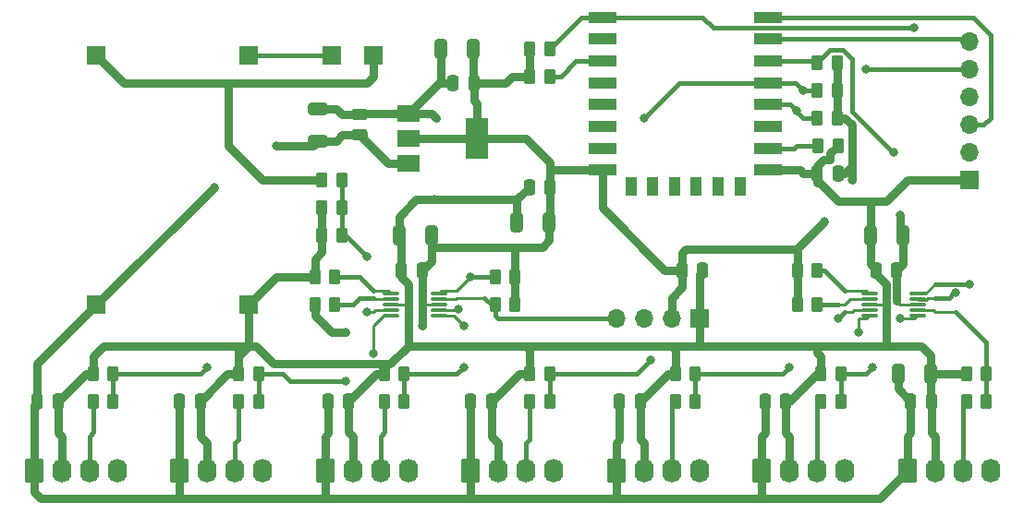
<source format=gbr>
%TF.GenerationSoftware,KiCad,Pcbnew,6.0.11+dfsg-1*%
%TF.CreationDate,2023-10-20T18:47:01+02:00*%
%TF.ProjectId,5x100A,35783130-3041-42e6-9b69-6361645f7063,rev?*%
%TF.SameCoordinates,Original*%
%TF.FileFunction,Copper,L1,Top*%
%TF.FilePolarity,Positive*%
%FSLAX46Y46*%
G04 Gerber Fmt 4.6, Leading zero omitted, Abs format (unit mm)*
G04 Created by KiCad (PCBNEW 6.0.11+dfsg-1) date 2023-10-20 18:47:01*
%MOMM*%
%LPD*%
G01*
G04 APERTURE LIST*
G04 Aperture macros list*
%AMRoundRect*
0 Rectangle with rounded corners*
0 $1 Rounding radius*
0 $2 $3 $4 $5 $6 $7 $8 $9 X,Y pos of 4 corners*
0 Add a 4 corners polygon primitive as box body*
4,1,4,$2,$3,$4,$5,$6,$7,$8,$9,$2,$3,0*
0 Add four circle primitives for the rounded corners*
1,1,$1+$1,$2,$3*
1,1,$1+$1,$4,$5*
1,1,$1+$1,$6,$7*
1,1,$1+$1,$8,$9*
0 Add four rect primitives between the rounded corners*
20,1,$1+$1,$2,$3,$4,$5,0*
20,1,$1+$1,$4,$5,$6,$7,0*
20,1,$1+$1,$6,$7,$8,$9,0*
20,1,$1+$1,$8,$9,$2,$3,0*%
G04 Aperture macros list end*
%TA.AperFunction,SMDPad,CuDef*%
%ADD10R,2.500000X1.000000*%
%TD*%
%TA.AperFunction,SMDPad,CuDef*%
%ADD11R,1.000000X1.800000*%
%TD*%
%TA.AperFunction,SMDPad,CuDef*%
%ADD12RoundRect,0.250000X0.325000X0.650000X-0.325000X0.650000X-0.325000X-0.650000X0.325000X-0.650000X0*%
%TD*%
%TA.AperFunction,ComponentPad*%
%ADD13R,1.700000X1.700000*%
%TD*%
%TA.AperFunction,ComponentPad*%
%ADD14O,1.700000X1.700000*%
%TD*%
%TA.AperFunction,SMDPad,CuDef*%
%ADD15R,2.000000X1.500000*%
%TD*%
%TA.AperFunction,SMDPad,CuDef*%
%ADD16R,2.000000X3.800000*%
%TD*%
%TA.AperFunction,SMDPad,CuDef*%
%ADD17RoundRect,0.250000X-0.250000X-0.475000X0.250000X-0.475000X0.250000X0.475000X-0.250000X0.475000X0*%
%TD*%
%TA.AperFunction,SMDPad,CuDef*%
%ADD18RoundRect,0.250000X-0.262500X-0.450000X0.262500X-0.450000X0.262500X0.450000X-0.262500X0.450000X0*%
%TD*%
%TA.AperFunction,ComponentPad*%
%ADD19RoundRect,0.250000X-0.620000X-0.845000X0.620000X-0.845000X0.620000X0.845000X-0.620000X0.845000X0*%
%TD*%
%TA.AperFunction,ComponentPad*%
%ADD20O,1.740000X2.190000*%
%TD*%
%TA.AperFunction,SMDPad,CuDef*%
%ADD21RoundRect,0.250000X0.262500X0.450000X-0.262500X0.450000X-0.262500X-0.450000X0.262500X-0.450000X0*%
%TD*%
%TA.AperFunction,SMDPad,CuDef*%
%ADD22RoundRect,0.250000X0.250000X0.475000X-0.250000X0.475000X-0.250000X-0.475000X0.250000X-0.475000X0*%
%TD*%
%TA.AperFunction,SMDPad,CuDef*%
%ADD23RoundRect,0.250000X-0.325000X-0.650000X0.325000X-0.650000X0.325000X0.650000X-0.325000X0.650000X0*%
%TD*%
%TA.AperFunction,SMDPad,CuDef*%
%ADD24RoundRect,0.250000X0.650000X-0.325000X0.650000X0.325000X-0.650000X0.325000X-0.650000X-0.325000X0*%
%TD*%
%TA.AperFunction,SMDPad,CuDef*%
%ADD25RoundRect,0.075000X-0.650000X-0.075000X0.650000X-0.075000X0.650000X0.075000X-0.650000X0.075000X0*%
%TD*%
%TA.AperFunction,SMDPad,CuDef*%
%ADD26RoundRect,0.250000X0.475000X-0.250000X0.475000X0.250000X-0.475000X0.250000X-0.475000X-0.250000X0*%
%TD*%
%TA.AperFunction,ViaPad*%
%ADD27C,0.800000*%
%TD*%
%TA.AperFunction,Conductor*%
%ADD28C,0.762000*%
%TD*%
%TA.AperFunction,Conductor*%
%ADD29C,0.254000*%
%TD*%
%TA.AperFunction,Conductor*%
%ADD30C,0.381000*%
%TD*%
G04 APERTURE END LIST*
D10*
%TO.P,U1,1,REST*%
%TO.N,/RST*%
X127655000Y-85400000D03*
%TO.P,U1,2,ADC*%
%TO.N,unconnected-(U1-Pad2)*%
X127655000Y-87400000D03*
%TO.P,U1,3,CH_PD*%
%TO.N,Net-(R5-Pad1)*%
X127655000Y-89400000D03*
%TO.P,U1,4,GPIO16*%
%TO.N,unconnected-(U1-Pad4)*%
X127655000Y-91400000D03*
%TO.P,U1,5,GPIO14*%
%TO.N,unconnected-(U1-Pad5)*%
X127655000Y-93400000D03*
%TO.P,U1,6,GPIO12*%
%TO.N,unconnected-(U1-Pad6)*%
X127655000Y-95400000D03*
%TO.P,U1,7,GPIO13*%
%TO.N,unconnected-(U1-Pad7)*%
X127655000Y-97400000D03*
%TO.P,U1,8,VCC*%
%TO.N,+3V3*%
X127655000Y-99400000D03*
D11*
%TO.P,U1,9,CS0*%
%TO.N,unconnected-(U1-Pad9)*%
X130255000Y-100900000D03*
%TO.P,U1,10,MISO*%
%TO.N,unconnected-(U1-Pad10)*%
X132255000Y-100900000D03*
%TO.P,U1,11,GPIO9*%
%TO.N,unconnected-(U1-Pad11)*%
X134255000Y-100900000D03*
%TO.P,U1,12,GPIO10*%
%TO.N,unconnected-(U1-Pad12)*%
X136255000Y-100900000D03*
%TO.P,U1,13,MOSI*%
%TO.N,unconnected-(U1-Pad13)*%
X138255000Y-100900000D03*
%TO.P,U1,14,SCLK*%
%TO.N,unconnected-(U1-Pad14)*%
X140255000Y-100900000D03*
D10*
%TO.P,U1,15,GND*%
%TO.N,GND*%
X142855000Y-99400000D03*
%TO.P,U1,16,GPIO15*%
%TO.N,Net-(R11-Pad1)*%
X142855000Y-97400000D03*
%TO.P,U1,17,GPIO2*%
%TO.N,unconnected-(U1-Pad17)*%
X142855000Y-95400000D03*
%TO.P,U1,18,GPIO0*%
%TO.N,/GPIO0*%
X142855000Y-93400000D03*
%TO.P,U1,19,GPIO4*%
%TO.N,/SDA*%
X142855000Y-91400000D03*
%TO.P,U1,20,GPIO5*%
%TO.N,/SCL*%
X142855000Y-89400000D03*
%TO.P,U1,21,RXD*%
%TO.N,/RxD*%
X142855000Y-87400000D03*
%TO.P,U1,22,TXD*%
%TO.N,/TxD*%
X142855000Y-85400000D03*
%TD*%
D12*
%TO.P,C18,1*%
%TO.N,+3V3*%
X111965000Y-105410000D03*
%TO.P,C18,2*%
%TO.N,GND*%
X109015000Y-105410000D03*
%TD*%
D13*
%TO.P,J13,1,Pin_1*%
%TO.N,GND*%
X161290000Y-100330000D03*
D14*
%TO.P,J13,2,Pin_2*%
%TO.N,unconnected-(J13-Pad2)*%
X161290000Y-97790000D03*
%TO.P,J13,3,Pin_3*%
%TO.N,/TxD*%
X161290000Y-95250000D03*
%TO.P,J13,4,Pin_4*%
%TO.N,/RST*%
X161290000Y-92710000D03*
%TO.P,J13,5,Pin_5*%
%TO.N,/GPIO0*%
X161290000Y-90170000D03*
%TO.P,J13,6,Pin_6*%
%TO.N,/RxD*%
X161290000Y-87630000D03*
%TD*%
D13*
%TO.P,J4,1,Pin_1*%
%TO.N,GND*%
X95250000Y-111760000D03*
%TD*%
D15*
%TO.P,U2,1,GND*%
%TO.N,GND*%
X109880000Y-94220000D03*
%TO.P,U2,2,VO*%
%TO.N,+3V3*%
X109880000Y-96520000D03*
D16*
X116180000Y-96520000D03*
D15*
%TO.P,U2,3,VI*%
%TO.N,+5V*%
X109880000Y-98820000D03*
%TD*%
D17*
%TO.P,C9,1*%
%TO.N,+5V*%
X102517500Y-120650000D03*
%TO.P,C9,2*%
%TO.N,GND*%
X104417500Y-120650000D03*
%TD*%
D18*
%TO.P,R29,1*%
%TO.N,Net-(J12-Pad3)*%
X147677500Y-120650000D03*
%TO.P,R29,2*%
%TO.N,/Ain7*%
X149502500Y-120650000D03*
%TD*%
%TO.P,R13,1*%
%TO.N,Net-(J7-Pad3)*%
X107672500Y-120650000D03*
%TO.P,R13,2*%
%TO.N,/Ain3*%
X109497500Y-120650000D03*
%TD*%
%TO.P,R14,1*%
%TO.N,GND*%
X107672500Y-118110000D03*
%TO.P,R14,2*%
%TO.N,/Ain3*%
X109497500Y-118110000D03*
%TD*%
%TO.P,R11,1*%
%TO.N,Net-(R11-Pad1)*%
X147400000Y-97155000D03*
%TO.P,R11,2*%
%TO.N,GND*%
X149225000Y-97155000D03*
%TD*%
D19*
%TO.P,J9,1,Pin_1*%
%TO.N,+5V*%
X115570000Y-127000000D03*
D20*
%TO.P,J9,2,Pin_2*%
%TO.N,GND*%
X118110000Y-127000000D03*
%TO.P,J9,3,Pin_3*%
%TO.N,Net-(J9-Pad3)*%
X120650000Y-127000000D03*
%TO.P,J9,4,Pin_4*%
%TO.N,unconnected-(J9-Pad4)*%
X123190000Y-127000000D03*
%TD*%
D18*
%TO.P,R9,1*%
%TO.N,Net-(J6-Pad3)*%
X94337500Y-120670000D03*
%TO.P,R9,2*%
%TO.N,/Ain2*%
X96162500Y-120670000D03*
%TD*%
D21*
%TO.P,R28,1*%
%TO.N,+3V3*%
X119657500Y-111760000D03*
%TO.P,R28,2*%
%TO.N,/SDA*%
X117832500Y-111760000D03*
%TD*%
D18*
%TO.P,R16,1*%
%TO.N,GND*%
X121007500Y-118110000D03*
%TO.P,R16,2*%
%TO.N,/Ain4*%
X122832500Y-118110000D03*
%TD*%
D21*
%TO.P,R5,1*%
%TO.N,Net-(R5-Pad1)*%
X122832500Y-90805000D03*
%TO.P,R5,2*%
%TO.N,+3V3*%
X121007500Y-90805000D03*
%TD*%
D19*
%TO.P,J11,1,Pin_1*%
%TO.N,+5V*%
X155575000Y-127000000D03*
D20*
%TO.P,J11,2,Pin_2*%
%TO.N,GND*%
X158115000Y-127000000D03*
%TO.P,J11,3,Pin_3*%
%TO.N,Net-(J11-Pad3)*%
X160655000Y-127000000D03*
%TO.P,J11,4,Pin_4*%
%TO.N,unconnected-(J11-Pad4)*%
X163195000Y-127000000D03*
%TD*%
D12*
%TO.P,C16,1*%
%TO.N,+3V3*%
X155145000Y-105410000D03*
%TO.P,C16,2*%
%TO.N,GND*%
X152195000Y-105410000D03*
%TD*%
D18*
%TO.P,R30,1*%
%TO.N,GND*%
X147677500Y-118110000D03*
%TO.P,R30,2*%
%TO.N,/Ain7*%
X149502500Y-118110000D03*
%TD*%
D22*
%TO.P,C6,1*%
%TO.N,+3V3*%
X111125000Y-108585000D03*
%TO.P,C6,2*%
%TO.N,GND*%
X109225000Y-108585000D03*
%TD*%
D13*
%TO.P,J8,1,Pin_1*%
%TO.N,GND*%
X136515000Y-113030000D03*
D14*
%TO.P,J8,2,Pin_2*%
%TO.N,+3V3*%
X133975000Y-113030000D03*
%TO.P,J8,3,Pin_3*%
%TO.N,/SCL*%
X131435000Y-113030000D03*
%TO.P,J8,4,Pin_4*%
%TO.N,/SDA*%
X128895000Y-113030000D03*
%TD*%
D17*
%TO.P,C13,1*%
%TO.N,+5V*%
X115575000Y-120650000D03*
%TO.P,C13,2*%
%TO.N,GND*%
X117475000Y-120650000D03*
%TD*%
%TO.P,C11,1*%
%TO.N,+5V*%
X129225000Y-120650000D03*
%TO.P,C11,2*%
%TO.N,GND*%
X131125000Y-120650000D03*
%TD*%
D19*
%TO.P,J12,1,Pin_1*%
%TO.N,+5V*%
X142240000Y-127000000D03*
D20*
%TO.P,J12,2,Pin_2*%
%TO.N,GND*%
X144780000Y-127000000D03*
%TO.P,J12,3,Pin_3*%
%TO.N,Net-(J12-Pad3)*%
X147320000Y-127000000D03*
%TO.P,J12,4,Pin_4*%
%TO.N,unconnected-(J12-Pad4)*%
X149860000Y-127000000D03*
%TD*%
D12*
%TO.P,C12,1*%
%TO.N,+3V3*%
X115775000Y-88265000D03*
%TO.P,C12,2*%
%TO.N,GND*%
X112825000Y-88265000D03*
%TD*%
D18*
%TO.P,R17,1*%
%TO.N,+3V3*%
X101322500Y-111760000D03*
%TO.P,R17,2*%
%TO.N,Net-(IC1-Pad2)*%
X103147500Y-111760000D03*
%TD*%
%TO.P,R19,1*%
%TO.N,GND*%
X101322500Y-109220000D03*
%TO.P,R19,2*%
%TO.N,Net-(IC1-Pad1)*%
X103147500Y-109220000D03*
%TD*%
D12*
%TO.P,C14,1*%
%TO.N,+3V3*%
X122760000Y-104215000D03*
%TO.P,C14,2*%
%TO.N,GND*%
X119810000Y-104215000D03*
%TD*%
D18*
%TO.P,R15,1*%
%TO.N,Net-(J9-Pad3)*%
X121007500Y-120650000D03*
%TO.P,R15,2*%
%TO.N,/Ain4*%
X122832500Y-120650000D03*
%TD*%
D21*
%TO.P,R27,1*%
%TO.N,+3V3*%
X149145000Y-92075000D03*
%TO.P,R27,2*%
%TO.N,/SDA*%
X147320000Y-92075000D03*
%TD*%
D13*
%TO.P,J2,1,Pin_1*%
%TO.N,Net-(J15-Pad1)*%
X102870000Y-88900000D03*
%TD*%
D21*
%TO.P,R26,1*%
%TO.N,+3V3*%
X119657500Y-109220000D03*
%TO.P,R26,2*%
%TO.N,/SCL*%
X117832500Y-109220000D03*
%TD*%
D19*
%TO.P,J10,1,Pin_1*%
%TO.N,+5V*%
X128905000Y-127000000D03*
D20*
%TO.P,J10,2,Pin_2*%
%TO.N,GND*%
X131445000Y-127000000D03*
%TO.P,J10,3,Pin_3*%
%TO.N,Net-(J10-Pad3)*%
X133985000Y-127000000D03*
%TO.P,J10,4,Pin_4*%
%TO.N,unconnected-(J10-Pad4)*%
X136525000Y-127000000D03*
%TD*%
D18*
%TO.P,R7,1*%
%TO.N,Net-(J5-Pad3)*%
X81002500Y-120650000D03*
%TO.P,R7,2*%
%TO.N,/Ain1*%
X82827500Y-120650000D03*
%TD*%
D13*
%TO.P,J14,1,Pin_1*%
%TO.N,+12V*%
X106680000Y-88900000D03*
%TD*%
D23*
%TO.P,C17,1*%
%TO.N,+5V*%
X154735000Y-118110000D03*
%TO.P,C17,2*%
%TO.N,GND*%
X157685000Y-118110000D03*
%TD*%
D18*
%TO.P,R21,1*%
%TO.N,Net-(J10-Pad3)*%
X134342500Y-120650000D03*
%TO.P,R21,2*%
%TO.N,/Ain5*%
X136167500Y-120650000D03*
%TD*%
%TO.P,R4,1*%
%TO.N,GND*%
X101957500Y-102870000D03*
%TO.P,R4,2*%
%TO.N,/Ain0*%
X103782500Y-102870000D03*
%TD*%
%TO.P,R22,1*%
%TO.N,GND*%
X134342500Y-118110000D03*
%TO.P,R22,2*%
%TO.N,/Ain5*%
X136167500Y-118110000D03*
%TD*%
D13*
%TO.P,J15,1,Pin_1*%
%TO.N,Net-(J15-Pad1)*%
X95250000Y-88900000D03*
%TD*%
D19*
%TO.P,J5,1,Pin_1*%
%TO.N,+5V*%
X75565000Y-127000000D03*
D20*
%TO.P,J5,2,Pin_2*%
%TO.N,GND*%
X78105000Y-127000000D03*
%TO.P,J5,3,Pin_3*%
%TO.N,Net-(J5-Pad3)*%
X80645000Y-127000000D03*
%TO.P,J5,4,Pin_4*%
%TO.N,unconnected-(J5-Pad4)*%
X83185000Y-127000000D03*
%TD*%
D24*
%TO.P,C15,1*%
%TO.N,+5V*%
X101600000Y-96725000D03*
%TO.P,C15,2*%
%TO.N,GND*%
X101600000Y-93775000D03*
%TD*%
D21*
%TO.P,R12,1*%
%TO.N,+3V3*%
X149145000Y-94615000D03*
%TO.P,R12,2*%
%TO.N,/GPIO0*%
X147320000Y-94615000D03*
%TD*%
D17*
%TO.P,C20,1*%
%TO.N,+3V3*%
X134940000Y-108585000D03*
%TO.P,C20,2*%
%TO.N,GND*%
X136840000Y-108585000D03*
%TD*%
D21*
%TO.P,R25,1*%
%TO.N,+3V3*%
X149145000Y-89535000D03*
%TO.P,R25,2*%
%TO.N,/SCL*%
X147320000Y-89535000D03*
%TD*%
D19*
%TO.P,J7,1,Pin_1*%
%TO.N,+5V*%
X102235000Y-127020000D03*
D20*
%TO.P,J7,2,Pin_2*%
%TO.N,GND*%
X104775000Y-127020000D03*
%TO.P,J7,3,Pin_3*%
%TO.N,Net-(J7-Pad3)*%
X107315000Y-127020000D03*
%TO.P,J7,4,Pin_4*%
%TO.N,unconnected-(J7-Pad4)*%
X109855000Y-127020000D03*
%TD*%
D18*
%TO.P,R24,1*%
%TO.N,GND*%
X161012500Y-118110000D03*
%TO.P,R24,2*%
%TO.N,/Ain6*%
X162837500Y-118110000D03*
%TD*%
D17*
%TO.P,C7,1*%
%TO.N,+5V*%
X88905000Y-120650000D03*
%TO.P,C7,2*%
%TO.N,GND*%
X90805000Y-120650000D03*
%TD*%
D25*
%TO.P,IC1,1,ADDR*%
%TO.N,Net-(IC1-Pad1)*%
X108290000Y-110760000D03*
%TO.P,IC1,2,ALERT/RDY*%
%TO.N,Net-(IC1-Pad2)*%
X108290000Y-111260000D03*
%TO.P,IC1,3,GND*%
%TO.N,GND*%
X108290000Y-111760000D03*
%TO.P,IC1,4,AIN0*%
%TO.N,/Ain0*%
X108290000Y-112260000D03*
%TO.P,IC1,5,AIN1*%
%TO.N,/Ain1*%
X108290000Y-112760000D03*
%TO.P,IC1,6,AIN2*%
%TO.N,/Ain3*%
X112690000Y-112760000D03*
%TO.P,IC1,7,AIN3*%
%TO.N,/Ain2*%
X112690000Y-112260000D03*
%TO.P,IC1,8,VDD*%
%TO.N,+3V3*%
X112690000Y-111760000D03*
%TO.P,IC1,9,SDA*%
%TO.N,/SDA*%
X112690000Y-111260000D03*
%TO.P,IC1,10,SCL*%
%TO.N,/SCL*%
X112690000Y-110760000D03*
%TD*%
D13*
%TO.P,J3,1,Pin_1*%
%TO.N,+5V*%
X81280000Y-111760000D03*
%TD*%
D22*
%TO.P,C8,1*%
%TO.N,+3V3*%
X154620000Y-108585000D03*
%TO.P,C8,2*%
%TO.N,GND*%
X152720000Y-108585000D03*
%TD*%
D18*
%TO.P,R8,1*%
%TO.N,GND*%
X81002500Y-118110000D03*
%TO.P,R8,2*%
%TO.N,/Ain1*%
X82827500Y-118110000D03*
%TD*%
D17*
%TO.P,C3,1*%
%TO.N,+5V*%
X142560000Y-120650000D03*
%TO.P,C3,2*%
%TO.N,GND*%
X144460000Y-120650000D03*
%TD*%
D22*
%TO.P,C4,1*%
%TO.N,+3V3*%
X115885000Y-91440000D03*
%TO.P,C4,2*%
%TO.N,GND*%
X113985000Y-91440000D03*
%TD*%
D18*
%TO.P,R10,1*%
%TO.N,GND*%
X94337500Y-118130000D03*
%TO.P,R10,2*%
%TO.N,/Ain2*%
X96162500Y-118130000D03*
%TD*%
%TO.P,R20,1*%
%TO.N,+3V3*%
X145495000Y-108585000D03*
%TO.P,R20,2*%
%TO.N,Net-(IC2-Pad1)*%
X147320000Y-108585000D03*
%TD*%
D25*
%TO.P,IC2,1,ADDR*%
%TO.N,Net-(IC2-Pad1)*%
X152105000Y-110760000D03*
%TO.P,IC2,2,ALERT/RDY*%
%TO.N,Net-(IC2-Pad2)*%
X152105000Y-111260000D03*
%TO.P,IC2,3,GND*%
%TO.N,GND*%
X152105000Y-111760000D03*
%TO.P,IC2,4,AIN0*%
%TO.N,/Ain4*%
X152105000Y-112260000D03*
%TO.P,IC2,5,AIN1*%
%TO.N,/Ain5*%
X152105000Y-112760000D03*
%TO.P,IC2,6,AIN2*%
%TO.N,/Ain7*%
X156505000Y-112760000D03*
%TO.P,IC2,7,AIN3*%
%TO.N,/Ain6*%
X156505000Y-112260000D03*
%TO.P,IC2,8,VDD*%
%TO.N,+3V3*%
X156505000Y-111760000D03*
%TO.P,IC2,9,SDA*%
%TO.N,/SDA*%
X156505000Y-111260000D03*
%TO.P,IC2,10,SCL*%
%TO.N,/SCL*%
X156505000Y-110760000D03*
%TD*%
D18*
%TO.P,R23,1*%
%TO.N,Net-(J11-Pad3)*%
X161012500Y-120650000D03*
%TO.P,R23,2*%
%TO.N,/Ain6*%
X162837500Y-120650000D03*
%TD*%
D17*
%TO.P,C19,1*%
%TO.N,+5V*%
X155895000Y-120650000D03*
%TO.P,C19,2*%
%TO.N,GND*%
X157795000Y-120650000D03*
%TD*%
D21*
%TO.P,R2,1*%
%TO.N,/Ain0*%
X103782500Y-100330000D03*
%TO.P,R2,2*%
%TO.N,+12V*%
X101957500Y-100330000D03*
%TD*%
D18*
%TO.P,R18,1*%
%TO.N,+3V3*%
X145495000Y-111760000D03*
%TO.P,R18,2*%
%TO.N,Net-(IC2-Pad2)*%
X147320000Y-111760000D03*
%TD*%
D19*
%TO.P,J6,1,Pin_1*%
%TO.N,+5V*%
X88900000Y-127020000D03*
D20*
%TO.P,J6,2,Pin_2*%
%TO.N,GND*%
X91440000Y-127020000D03*
%TO.P,J6,3,Pin_3*%
%TO.N,Net-(J6-Pad3)*%
X93980000Y-127020000D03*
%TO.P,J6,4,Pin_4*%
%TO.N,unconnected-(J6-Pad4)*%
X96520000Y-127020000D03*
%TD*%
D22*
%TO.P,C10,1*%
%TO.N,+3V3*%
X122870000Y-100965000D03*
%TO.P,C10,2*%
%TO.N,GND*%
X120970000Y-100965000D03*
%TD*%
D17*
%TO.P,C5,1*%
%TO.N,+5V*%
X75885000Y-120650000D03*
%TO.P,C5,2*%
%TO.N,GND*%
X77785000Y-120650000D03*
%TD*%
D18*
%TO.P,R3,1*%
%TO.N,GND*%
X101957500Y-105410000D03*
%TO.P,R3,2*%
%TO.N,/Ain0*%
X103782500Y-105410000D03*
%TD*%
D13*
%TO.P,J1,1,Pin_1*%
%TO.N,+12V*%
X81280000Y-88900000D03*
%TD*%
D26*
%TO.P,C1,1*%
%TO.N,+5V*%
X105410000Y-96200000D03*
%TO.P,C1,2*%
%TO.N,GND*%
X105410000Y-94300000D03*
%TD*%
D22*
%TO.P,C2,1*%
%TO.N,+3V3*%
X149225000Y-99695000D03*
%TO.P,C2,2*%
%TO.N,GND*%
X147325000Y-99695000D03*
%TD*%
D21*
%TO.P,R6,1*%
%TO.N,/RST*%
X122832500Y-88265000D03*
%TO.P,R6,2*%
%TO.N,+3V3*%
X121007500Y-88265000D03*
%TD*%
D27*
%TO.N,/SDA*%
X131445000Y-94615000D03*
%TO.N,+3V3*%
X147955000Y-104140000D03*
X154940000Y-103505000D03*
X150495000Y-100330000D03*
X111125000Y-113665000D03*
X104140000Y-114300000D03*
%TO.N,/Ain2*%
X104140000Y-118745000D03*
%TO.N,GND*%
X112395000Y-94615000D03*
X112285000Y-102125000D03*
%TO.N,+5V*%
X97790000Y-97155000D03*
X92075000Y-100965000D03*
%TO.N,/Ain0*%
X106045000Y-107315000D03*
X106045000Y-112395000D03*
%TO.N,/Ain1*%
X91440000Y-117475000D03*
X106680000Y-116205000D03*
%TO.N,/Ain2*%
X114460933Y-112177443D03*
%TO.N,/Ain3*%
X114935000Y-117475000D03*
X114935000Y-113665000D03*
%TO.N,/Ain4*%
X149225000Y-113030000D03*
X132080000Y-116840000D03*
%TO.N,/Ain5*%
X144780000Y-117475000D03*
X151130000Y-114300000D03*
%TO.N,/SDA*%
X160020000Y-110643120D03*
X146050000Y-92075000D03*
%TO.N,/SCL*%
X115570000Y-109220000D03*
X154305000Y-97790000D03*
X161290000Y-109855000D03*
%TO.N,/Ain7*%
X152400000Y-117475000D03*
X154940000Y-113030000D03*
%TO.N,/RST*%
X156210000Y-86360000D03*
%TO.N,/GPIO0*%
X151765000Y-90170000D03*
X145415000Y-93980000D03*
%TD*%
D28*
%TO.N,GND*%
X147677500Y-116482500D02*
X147320000Y-116125000D01*
X147320000Y-116125000D02*
X147320000Y-115570000D01*
X153659880Y-109855000D02*
X153659880Y-111749880D01*
X153659880Y-111749880D02*
X153659880Y-112384880D01*
D29*
X153035000Y-111760000D02*
X153045120Y-111749880D01*
X153045120Y-111749880D02*
X153659880Y-111749880D01*
D30*
%TO.N,/SDA*%
X142855000Y-91400000D02*
X134660000Y-91400000D01*
X134660000Y-91400000D02*
X131445000Y-94615000D01*
D28*
%TO.N,+3V3*%
X145415000Y-106680000D02*
X147955000Y-104140000D01*
X154940000Y-105205000D02*
X155145000Y-105410000D01*
X150495000Y-99060000D02*
X150495000Y-100330000D01*
X154940000Y-103505000D02*
X154940000Y-105205000D01*
X111125000Y-113665000D02*
X111125000Y-111760000D01*
X102235000Y-113665000D02*
X102870000Y-114300000D01*
X102870000Y-114300000D02*
X104140000Y-114300000D01*
D29*
%TO.N,/Ain1*%
X108290000Y-112760000D02*
X107585000Y-112760000D01*
X107585000Y-112760000D02*
X106680000Y-113665000D01*
X106680000Y-113665000D02*
X106680000Y-116205000D01*
D28*
%TO.N,GND*%
X95885000Y-115570000D02*
X95250000Y-115570000D01*
X107672500Y-117197500D02*
X97512500Y-117197500D01*
X97512500Y-117197500D02*
X95885000Y-115570000D01*
D30*
%TO.N,/Ain2*%
X99020000Y-118745000D02*
X104140000Y-118745000D01*
X96162500Y-118130000D02*
X98405000Y-118130000D01*
X98405000Y-118130000D02*
X99020000Y-118745000D01*
D28*
%TO.N,GND*%
X107672500Y-118110000D02*
X107672500Y-117197500D01*
X107672500Y-117197500D02*
X108227500Y-117197500D01*
X108227500Y-117197500D02*
X109855000Y-115570000D01*
%TO.N,+3V3*%
X101322500Y-112752500D02*
X102235000Y-113665000D01*
X101322500Y-111760000D02*
X101322500Y-112752500D01*
%TO.N,GND*%
X112000000Y-94220000D02*
X112395000Y-94615000D01*
X109880000Y-94220000D02*
X112000000Y-94220000D01*
X110600000Y-102125000D02*
X112285000Y-102125000D01*
X112285000Y-102125000D02*
X119810000Y-102125000D01*
%TO.N,+5V*%
X81280000Y-111760000D02*
X92075000Y-100965000D01*
X97790000Y-97155000D02*
X101170000Y-97155000D01*
X101170000Y-97155000D02*
X101600000Y-96725000D01*
D30*
%TO.N,Net-(IC1-Pad2)*%
X103147500Y-111760000D02*
X104775000Y-111760000D01*
X104775000Y-111760000D02*
X105410000Y-111125000D01*
X105410000Y-111125000D02*
X106680000Y-111125000D01*
D29*
%TO.N,/Ain0*%
X106680000Y-112395000D02*
X106839880Y-112235120D01*
X106839880Y-112235120D02*
X108265120Y-112235120D01*
X108265120Y-112235120D02*
X108290000Y-112260000D01*
D30*
X104140000Y-105410000D02*
X106045000Y-107315000D01*
X103782500Y-105410000D02*
X104140000Y-105410000D01*
D29*
X106045000Y-112395000D02*
X106680000Y-112395000D01*
%TO.N,Net-(IC1-Pad1)*%
X106680000Y-110490000D02*
X108020000Y-110490000D01*
X108020000Y-110490000D02*
X108290000Y-110760000D01*
D30*
X103147500Y-109220000D02*
X105410000Y-109220000D01*
X105410000Y-109220000D02*
X106680000Y-110490000D01*
D29*
%TO.N,Net-(IC1-Pad2)*%
X106680000Y-111125000D02*
X106790120Y-111235120D01*
X106790120Y-111235120D02*
X107805735Y-111235120D01*
D30*
%TO.N,/Ain1*%
X82827500Y-118110000D02*
X90805000Y-118110000D01*
X90805000Y-118110000D02*
X91440000Y-117475000D01*
D29*
%TO.N,/Ain2*%
X114393996Y-112244380D02*
X112705620Y-112244380D01*
X112705620Y-112244380D02*
X112690000Y-112260000D01*
D30*
X114460933Y-112177443D02*
X114393996Y-112244380D01*
D29*
%TO.N,/Ain3*%
X114935000Y-113665000D02*
X114030000Y-112760000D01*
X114030000Y-112760000D02*
X112690000Y-112760000D01*
D30*
X114300000Y-118110000D02*
X114935000Y-117475000D01*
X109497500Y-118110000D02*
X114300000Y-118110000D01*
D29*
%TO.N,/SDA*%
X116840000Y-111125000D02*
X114300000Y-111125000D01*
X114300000Y-111125000D02*
X114189880Y-111235120D01*
X114189880Y-111235120D02*
X112714880Y-111235120D01*
X112714880Y-111235120D02*
X112690000Y-111260000D01*
%TO.N,/SCL*%
X114300000Y-110490000D02*
X112960000Y-110490000D01*
X112960000Y-110490000D02*
X112690000Y-110760000D01*
D28*
%TO.N,GND*%
X120650000Y-115570000D02*
X109855000Y-115570000D01*
X109855000Y-115570000D02*
X109855000Y-111760000D01*
D29*
X109855000Y-111760000D02*
X108290000Y-111760000D01*
D28*
X109855000Y-109855000D02*
X109855000Y-111760000D01*
X109225000Y-108585000D02*
X109225000Y-109225000D01*
X109225000Y-109225000D02*
X109855000Y-109855000D01*
D29*
%TO.N,+3V3*%
X111125000Y-111760000D02*
X112690000Y-111760000D01*
D28*
X111125000Y-108585000D02*
X111125000Y-111760000D01*
D29*
%TO.N,/Ain4*%
X150495000Y-112395000D02*
X150654880Y-112235120D01*
X150654880Y-112235120D02*
X152080120Y-112235120D01*
X152080120Y-112235120D02*
X152105000Y-112260000D01*
X149860000Y-112395000D02*
X150495000Y-112395000D01*
D30*
X122832500Y-118110000D02*
X130810000Y-118110000D01*
X149225000Y-113030000D02*
X149860000Y-112395000D01*
X130810000Y-118110000D02*
X132080000Y-116840000D01*
D29*
%TO.N,Net-(IC2-Pad1)*%
X149860000Y-110490000D02*
X151835000Y-110490000D01*
X151835000Y-110490000D02*
X152105000Y-110760000D01*
D30*
X147955000Y-108585000D02*
X149860000Y-110490000D01*
X147320000Y-108585000D02*
X147955000Y-108585000D01*
D29*
%TO.N,Net-(IC2-Pad2)*%
X149860000Y-111760000D02*
X150360000Y-111260000D01*
X150360000Y-111260000D02*
X152105000Y-111260000D01*
X149225000Y-111760000D02*
X149860000Y-111760000D01*
D30*
X147320000Y-111760000D02*
X149225000Y-111760000D01*
D28*
%TO.N,GND*%
X152720000Y-108585000D02*
X152720000Y-108915120D01*
X153659880Y-112384880D02*
X153670000Y-112395000D01*
X152720000Y-108915120D02*
X153659880Y-109855000D01*
D29*
X153035000Y-111760000D02*
X152105000Y-111760000D01*
D28*
X153670000Y-115570000D02*
X156845000Y-115570000D01*
X148590000Y-115570000D02*
X153670000Y-115570000D01*
X153670000Y-115570000D02*
X153670000Y-112395000D01*
D29*
%TO.N,/Ain5*%
X151130000Y-113030000D02*
X151835000Y-113030000D01*
X151835000Y-113030000D02*
X152105000Y-112760000D01*
X151130000Y-114300000D02*
X151130000Y-113030000D01*
D30*
X144145000Y-118110000D02*
X144780000Y-117475000D01*
X136167500Y-118110000D02*
X144145000Y-118110000D01*
D29*
%TO.N,+3V3*%
X154940000Y-111760000D02*
X156505000Y-111760000D01*
%TO.N,/SDA*%
X157484394Y-111125000D02*
X157324514Y-111284880D01*
X157324514Y-111284880D02*
X156529880Y-111284880D01*
X156529880Y-111284880D02*
X156505000Y-111260000D01*
X158115000Y-111125000D02*
X157484394Y-111125000D01*
D30*
X159385000Y-111125000D02*
X158115000Y-111125000D01*
X160020000Y-110643120D02*
X159866880Y-110643120D01*
X159866880Y-110643120D02*
X159385000Y-111125000D01*
%TO.N,/SCL*%
X158115000Y-109855000D02*
X161290000Y-109855000D01*
D29*
X158115000Y-109855000D02*
X157210000Y-110760000D01*
X157210000Y-110760000D02*
X156505000Y-110760000D01*
%TO.N,/Ain7*%
X154940000Y-113030000D02*
X156235000Y-113030000D01*
X156235000Y-113030000D02*
X156505000Y-112760000D01*
%TO.N,/Ain6*%
X158115000Y-112395000D02*
X157980000Y-112260000D01*
X157980000Y-112260000D02*
X156505000Y-112260000D01*
D30*
X162837500Y-118110000D02*
X162837500Y-115212500D01*
X162837500Y-115212500D02*
X160020000Y-112395000D01*
D29*
X160020000Y-112395000D02*
X158115000Y-112395000D01*
D28*
%TO.N,+5V*%
X75565000Y-127000000D02*
X75565000Y-120970000D01*
X102235000Y-129540000D02*
X102235000Y-127020000D01*
X142240000Y-129540000D02*
X128905000Y-129540000D01*
X128905000Y-129540000D02*
X115570000Y-129540000D01*
X153035000Y-129540000D02*
X142240000Y-129540000D01*
X154735000Y-119490000D02*
X155895000Y-120650000D01*
X102235000Y-123825000D02*
X102235000Y-127020000D01*
X115575000Y-126995000D02*
X115570000Y-127000000D01*
X115570000Y-129540000D02*
X102235000Y-129540000D01*
X88900000Y-129540000D02*
X88900000Y-127020000D01*
X115575000Y-120650000D02*
X115575000Y-126995000D01*
X142560000Y-123505000D02*
X142240000Y-123825000D01*
X88905000Y-120650000D02*
X88905000Y-127015000D01*
X142240000Y-123825000D02*
X142240000Y-127000000D01*
X103300000Y-96725000D02*
X101600000Y-96725000D01*
X142560000Y-120650000D02*
X142560000Y-123505000D01*
X76200000Y-129540000D02*
X75565000Y-128905000D01*
X75565000Y-128905000D02*
X75565000Y-127000000D01*
X102517500Y-120650000D02*
X102517500Y-123542500D01*
X128905000Y-124460000D02*
X128905000Y-127000000D01*
X155895000Y-123505000D02*
X155575000Y-123825000D01*
X155895000Y-120650000D02*
X155895000Y-123505000D01*
X129225000Y-124140000D02*
X128905000Y-124460000D01*
X108030000Y-98820000D02*
X105410000Y-96200000D01*
X75885000Y-117155000D02*
X81280000Y-111760000D01*
X142240000Y-129540000D02*
X142240000Y-127000000D01*
X155575000Y-127000000D02*
X153035000Y-129540000D01*
X102235000Y-129540000D02*
X88900000Y-129540000D01*
X128905000Y-129540000D02*
X128905000Y-127000000D01*
X75885000Y-120650000D02*
X75885000Y-117155000D01*
X88905000Y-127015000D02*
X88900000Y-127020000D01*
X102517500Y-123542500D02*
X102235000Y-123825000D01*
X155575000Y-123825000D02*
X155575000Y-127000000D01*
X109880000Y-98820000D02*
X108030000Y-98820000D01*
X103825000Y-96200000D02*
X103300000Y-96725000D01*
X105410000Y-96200000D02*
X103825000Y-96200000D01*
X115570000Y-129540000D02*
X115570000Y-127000000D01*
X129225000Y-120650000D02*
X129225000Y-124140000D01*
X75565000Y-120970000D02*
X75885000Y-120650000D01*
X88900000Y-129540000D02*
X76200000Y-129540000D01*
X154735000Y-118110000D02*
X154735000Y-119490000D01*
%TO.N,GND*%
X147325000Y-100540000D02*
X147530000Y-100540000D01*
X90805000Y-123825000D02*
X91440000Y-124460000D01*
X152195000Y-103710000D02*
X152195000Y-102440000D01*
X112825000Y-91275000D02*
X109880000Y-94220000D01*
X94337500Y-115847500D02*
X94615000Y-115570000D01*
X107672500Y-118110000D02*
X106957500Y-118110000D01*
X134342500Y-118110000D02*
X134342500Y-116482500D01*
X93325000Y-118130000D02*
X90805000Y-120650000D01*
X142855000Y-99400000D02*
X145755000Y-99400000D01*
X145755000Y-99400000D02*
X146050000Y-99695000D01*
X101957500Y-106957500D02*
X101957500Y-105410000D01*
X146050000Y-99695000D02*
X147325000Y-99695000D01*
X81915000Y-115570000D02*
X81002500Y-116482500D01*
X147320000Y-115570000D02*
X146685000Y-115570000D01*
X148590000Y-115570000D02*
X147320000Y-115570000D01*
X95250000Y-115570000D02*
X94615000Y-115570000D01*
X112990000Y-91440000D02*
X112825000Y-91275000D01*
X94337500Y-116482500D02*
X94337500Y-115847500D01*
X157795000Y-120650000D02*
X157795000Y-123505000D01*
X109015000Y-103710000D02*
X110600000Y-102125000D01*
X147890480Y-98489520D02*
X148454580Y-98489520D01*
X91440000Y-124460000D02*
X91440000Y-127020000D01*
X148454580Y-98489520D02*
X148519100Y-98425000D01*
X136515000Y-108910000D02*
X136840000Y-108585000D01*
X121007500Y-118110000D02*
X121007500Y-115927500D01*
X109015000Y-105410000D02*
X109015000Y-103710000D01*
X134342500Y-115927500D02*
X133985000Y-115570000D01*
X95250000Y-115570000D02*
X94337500Y-116482500D01*
X78105000Y-123825000D02*
X78105000Y-127000000D01*
X152195000Y-105410000D02*
X152195000Y-103710000D01*
X104417500Y-120650000D02*
X104417500Y-123467500D01*
X131125000Y-120650000D02*
X131125000Y-124140000D01*
X136515000Y-115560000D02*
X136525000Y-115570000D01*
X147325000Y-99695000D02*
X147325000Y-99055000D01*
X152195000Y-105410000D02*
X152195000Y-108060000D01*
X94615000Y-115570000D02*
X81915000Y-115570000D01*
X105490000Y-94220000D02*
X105410000Y-94300000D01*
X104417500Y-123467500D02*
X104775000Y-123825000D01*
X157685000Y-116410000D02*
X157685000Y-118110000D01*
X81002500Y-118110000D02*
X80325000Y-118110000D01*
X156845000Y-115570000D02*
X157685000Y-116410000D01*
X94337500Y-116482500D02*
X94337500Y-118130000D01*
X131445000Y-124460000D02*
X131445000Y-127000000D01*
X109225000Y-108585000D02*
X109225000Y-105620000D01*
X157795000Y-123505000D02*
X158115000Y-123825000D01*
X136515000Y-113030000D02*
X136515000Y-108910000D01*
X94337500Y-118130000D02*
X93325000Y-118130000D01*
X135255000Y-115570000D02*
X133985000Y-115570000D01*
X133985000Y-115570000D02*
X120650000Y-115570000D01*
X152195000Y-102440000D02*
X152400000Y-102235000D01*
X97790000Y-109220000D02*
X101322500Y-109220000D01*
X117475000Y-123825000D02*
X118110000Y-124460000D01*
X147325000Y-99695000D02*
X147325000Y-100540000D01*
X117475000Y-120650000D02*
X117475000Y-123825000D01*
X147677500Y-118110000D02*
X147320000Y-118110000D01*
X112825000Y-88265000D02*
X112825000Y-91275000D01*
X136525000Y-115570000D02*
X137795000Y-115570000D01*
X109225000Y-105620000D02*
X109015000Y-105410000D01*
X101322500Y-107592500D02*
X101957500Y-106957500D01*
X147677500Y-118110000D02*
X147677500Y-116482500D01*
X120015000Y-118110000D02*
X117475000Y-120650000D01*
X144460000Y-120650000D02*
X144460000Y-123505000D01*
X131125000Y-124140000D02*
X131445000Y-124460000D01*
X136515000Y-113030000D02*
X136515000Y-115560000D01*
X103300000Y-93775000D02*
X101600000Y-93775000D01*
X109880000Y-94220000D02*
X105490000Y-94220000D01*
X152400000Y-102235000D02*
X153670000Y-102235000D01*
X157685000Y-118110000D02*
X157685000Y-120540000D01*
X121007500Y-118110000D02*
X120015000Y-118110000D01*
X119810000Y-102125000D02*
X120970000Y-100965000D01*
X103825000Y-94300000D02*
X103300000Y-93775000D01*
X135255000Y-115570000D02*
X136525000Y-115570000D01*
X95250000Y-111760000D02*
X97790000Y-109220000D01*
X104775000Y-123825000D02*
X104775000Y-127020000D01*
X147325000Y-99055000D02*
X147890480Y-98489520D01*
X77785000Y-123505000D02*
X78105000Y-123825000D01*
X147530000Y-100540000D02*
X149225000Y-102235000D01*
X157685000Y-120540000D02*
X157795000Y-120650000D01*
X146685000Y-115570000D02*
X137795000Y-115570000D01*
X134342500Y-118110000D02*
X133665000Y-118110000D01*
X106957500Y-118110000D02*
X104417500Y-120650000D01*
X152195000Y-108060000D02*
X152720000Y-108585000D01*
X157685000Y-118110000D02*
X161012500Y-118110000D01*
X101957500Y-105410000D02*
X101957500Y-102870000D01*
X133665000Y-118110000D02*
X131125000Y-120650000D01*
X144460000Y-123505000D02*
X144780000Y-123825000D01*
X95250000Y-115570000D02*
X95250000Y-111760000D01*
X105410000Y-94300000D02*
X103825000Y-94300000D01*
X153670000Y-102235000D02*
X155575000Y-100330000D01*
X148519100Y-97860900D02*
X148519100Y-98425000D01*
X80325000Y-118110000D02*
X77785000Y-120650000D01*
X118110000Y-124460000D02*
X118110000Y-127000000D01*
X147320000Y-118110000D02*
X144780000Y-120650000D01*
X121007500Y-115927500D02*
X120650000Y-115570000D01*
X134342500Y-118110000D02*
X134342500Y-115927500D01*
X90805000Y-120650000D02*
X90805000Y-123825000D01*
X113985000Y-91440000D02*
X112990000Y-91440000D01*
X119810000Y-104215000D02*
X119810000Y-102125000D01*
X155575000Y-100330000D02*
X161290000Y-100330000D01*
X81002500Y-116482500D02*
X81002500Y-118110000D01*
X158115000Y-123825000D02*
X158115000Y-127000000D01*
X77785000Y-120650000D02*
X77785000Y-123505000D01*
X101322500Y-109220000D02*
X101322500Y-107592500D01*
X149225000Y-97155000D02*
X148519100Y-97860900D01*
X149225000Y-102235000D02*
X152400000Y-102235000D01*
X144780000Y-123825000D02*
X144780000Y-127000000D01*
%TO.N,+3V3*%
X149145000Y-92075000D02*
X149145000Y-89535000D01*
X111965000Y-106475000D02*
X119810000Y-106475000D01*
X149225000Y-99695000D02*
X149860000Y-99695000D01*
X122890000Y-99400000D02*
X122870000Y-99380000D01*
X119657500Y-109220000D02*
X119657500Y-111760000D01*
X120650000Y-96520000D02*
X122870000Y-98740000D01*
X121007500Y-90805000D02*
X121007500Y-88265000D01*
X122125000Y-106475000D02*
X122760000Y-105840000D01*
X116180000Y-96520000D02*
X120650000Y-96520000D01*
X145495000Y-108585000D02*
X145495000Y-111760000D01*
X118745000Y-91440000D02*
X119380000Y-90805000D01*
X115885000Y-91440000D02*
X118745000Y-91440000D01*
X154620000Y-108585000D02*
X154620000Y-111440000D01*
X122870000Y-104105000D02*
X122760000Y-104215000D01*
X133350000Y-108585000D02*
X134940000Y-108585000D01*
X119810000Y-106475000D02*
X122125000Y-106475000D01*
X122870000Y-99380000D02*
X122870000Y-100965000D01*
X134940000Y-106995000D02*
X135255000Y-106680000D01*
X111125000Y-108585000D02*
X111965000Y-107745000D01*
X127655000Y-99400000D02*
X122890000Y-99400000D01*
X145415000Y-106680000D02*
X145495000Y-106760000D01*
X115775000Y-88265000D02*
X115775000Y-91330000D01*
X150495000Y-99060000D02*
X150495000Y-95250000D01*
X122760000Y-105840000D02*
X122760000Y-104215000D01*
X149145000Y-94615000D02*
X149145000Y-92075000D01*
X119657500Y-109220000D02*
X119657500Y-106627500D01*
X111965000Y-106475000D02*
X111965000Y-105410000D01*
X150495000Y-95250000D02*
X149860000Y-94615000D01*
X115885000Y-93025000D02*
X116180000Y-93320000D01*
X109880000Y-96520000D02*
X116180000Y-96520000D01*
D29*
X154620000Y-111440000D02*
X154940000Y-111760000D01*
D28*
X145495000Y-106760000D02*
X145495000Y-108585000D01*
X115775000Y-91330000D02*
X115885000Y-91440000D01*
X134940000Y-110170000D02*
X133975000Y-111135000D01*
X119657500Y-106627500D02*
X119810000Y-106475000D01*
X127655000Y-102890000D02*
X133350000Y-108585000D01*
X119380000Y-90805000D02*
X121007500Y-90805000D01*
X115885000Y-91440000D02*
X115885000Y-93025000D01*
X155145000Y-108060000D02*
X154620000Y-108585000D01*
X122870000Y-98740000D02*
X122870000Y-99380000D01*
X135255000Y-106680000D02*
X145415000Y-106680000D01*
X133975000Y-111135000D02*
X133975000Y-113030000D01*
X111965000Y-107745000D02*
X111965000Y-106475000D01*
X149860000Y-94615000D02*
X149145000Y-94615000D01*
X116180000Y-93320000D02*
X116180000Y-96520000D01*
X134940000Y-108585000D02*
X134940000Y-110170000D01*
X127655000Y-99400000D02*
X127655000Y-102890000D01*
X155145000Y-105410000D02*
X155145000Y-108060000D01*
X149860000Y-99695000D02*
X150495000Y-99060000D01*
X122870000Y-100965000D02*
X122870000Y-104105000D01*
X134940000Y-108585000D02*
X134940000Y-106995000D01*
D30*
%TO.N,/Ain0*%
X103782500Y-102870000D02*
X103782500Y-105410000D01*
X103782500Y-100330000D02*
X103782500Y-102870000D01*
%TO.N,/Ain1*%
X82827500Y-120650000D02*
X82827500Y-118110000D01*
%TO.N,/Ain3*%
X109497500Y-120650000D02*
X109497500Y-118110000D01*
%TO.N,/Ain2*%
X96162500Y-120670000D02*
X96162500Y-118130000D01*
%TO.N,/SDA*%
X146050000Y-92075000D02*
X147320000Y-92075000D01*
X116840000Y-111125000D02*
X117475000Y-111760000D01*
X118110000Y-113030000D02*
X128895000Y-113030000D01*
X142855000Y-91400000D02*
X145375000Y-91400000D01*
X117832500Y-112752500D02*
X118110000Y-113030000D01*
X145375000Y-91400000D02*
X146050000Y-92075000D01*
X117475000Y-111760000D02*
X117832500Y-111760000D01*
X117832500Y-111760000D02*
X117832500Y-112752500D01*
D29*
%TO.N,/SCL*%
X115570000Y-109220000D02*
X114300000Y-110490000D01*
D30*
X142855000Y-89400000D02*
X147185000Y-89400000D01*
X150495000Y-94083246D02*
X154305000Y-97893246D01*
X117832500Y-109220000D02*
X115570000Y-109220000D01*
X149694972Y-88390980D02*
X150495000Y-89191008D01*
X150495000Y-89191008D02*
X150495000Y-94083246D01*
X147185000Y-89400000D02*
X147320000Y-89535000D01*
X148464020Y-88390980D02*
X149694972Y-88390980D01*
X147320000Y-89535000D02*
X148464020Y-88390980D01*
%TO.N,/Ain4*%
X122832500Y-120650000D02*
X122832500Y-118110000D01*
%TO.N,/Ain5*%
X136167500Y-120650000D02*
X136167500Y-118110000D01*
%TO.N,/Ain7*%
X151765000Y-118110000D02*
X152400000Y-117475000D01*
X149502500Y-118110000D02*
X149502500Y-120650000D01*
X149502500Y-118110000D02*
X151765000Y-118110000D01*
%TO.N,/Ain6*%
X162837500Y-120650000D02*
X162837500Y-118110000D01*
D28*
%TO.N,+12V*%
X96520000Y-100330000D02*
X93345000Y-97155000D01*
X101957500Y-100330000D02*
X100330000Y-100330000D01*
X93345000Y-97155000D02*
X93345000Y-91440000D01*
X98425000Y-91440000D02*
X93345000Y-91440000D01*
X106045000Y-91440000D02*
X98425000Y-91440000D01*
X93345000Y-91440000D02*
X83820000Y-91440000D01*
X106680000Y-90805000D02*
X106045000Y-91440000D01*
X106680000Y-88900000D02*
X106680000Y-90805000D01*
X83820000Y-91440000D02*
X81280000Y-88900000D01*
X100330000Y-100330000D02*
X96520000Y-100330000D01*
D30*
%TO.N,Net-(J5-Pad3)*%
X81002500Y-120650000D02*
X81002500Y-123467500D01*
X80645000Y-123825000D02*
X80645000Y-127000000D01*
X81002500Y-123467500D02*
X80645000Y-123825000D01*
%TO.N,Net-(J6-Pad3)*%
X94337500Y-124102500D02*
X93980000Y-124460000D01*
X93980000Y-124460000D02*
X93980000Y-127020000D01*
X94337500Y-120670000D02*
X94337500Y-124102500D01*
%TO.N,Net-(J7-Pad3)*%
X107672500Y-120650000D02*
X107672500Y-123467500D01*
X107672500Y-123467500D02*
X107315000Y-123825000D01*
X107315000Y-123825000D02*
X107315000Y-127020000D01*
%TO.N,Net-(J9-Pad3)*%
X121007500Y-120650000D02*
X121007500Y-124102500D01*
X121007500Y-124102500D02*
X120650000Y-124460000D01*
X120650000Y-124460000D02*
X120650000Y-127000000D01*
%TO.N,Net-(J10-Pad3)*%
X133985000Y-121007500D02*
X134342500Y-120650000D01*
X133985000Y-127000000D02*
X133985000Y-121007500D01*
%TO.N,Net-(J11-Pad3)*%
X160655000Y-127000000D02*
X160655000Y-121007500D01*
X160655000Y-121007500D02*
X161012500Y-120650000D01*
%TO.N,Net-(J12-Pad3)*%
X147320000Y-127000000D02*
X147320000Y-121007500D01*
X147320000Y-121007500D02*
X147677500Y-120650000D01*
%TO.N,/TxD*%
X142855000Y-85400000D02*
X161600000Y-85400000D01*
X163195000Y-86995000D02*
X163195000Y-94615000D01*
X163195000Y-94615000D02*
X162560000Y-95250000D01*
X161600000Y-85400000D02*
X163195000Y-86995000D01*
X162560000Y-95250000D02*
X161290000Y-95250000D01*
%TO.N,/RST*%
X125697500Y-85400000D02*
X122832500Y-88265000D01*
X127655000Y-85400000D02*
X125697500Y-85400000D01*
X136835000Y-85400000D02*
X137795000Y-86360000D01*
X137795000Y-86360000D02*
X156210000Y-86360000D01*
X127655000Y-85400000D02*
X136835000Y-85400000D01*
%TO.N,/GPIO0*%
X161290000Y-90170000D02*
X151765000Y-90170000D01*
X146050000Y-94615000D02*
X147320000Y-94615000D01*
X144835000Y-93400000D02*
X146050000Y-94615000D01*
X142855000Y-93400000D02*
X144835000Y-93400000D01*
%TO.N,/RxD*%
X161060000Y-87400000D02*
X161290000Y-87630000D01*
X142855000Y-87400000D02*
X161060000Y-87400000D01*
%TO.N,Net-(R5-Pad1)*%
X123825000Y-90805000D02*
X125230000Y-89400000D01*
X127655000Y-89400000D02*
X125230000Y-89400000D01*
X122832500Y-90805000D02*
X123825000Y-90805000D01*
%TO.N,Net-(R11-Pad1)*%
X145170000Y-97400000D02*
X145415000Y-97155000D01*
X142855000Y-97400000D02*
X145170000Y-97400000D01*
X145415000Y-97155000D02*
X147400000Y-97155000D01*
%TO.N,Net-(J15-Pad1)*%
X95250000Y-88900000D02*
X102870000Y-88900000D01*
%TD*%
M02*

</source>
